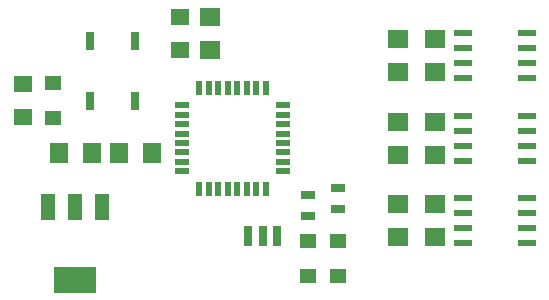
<source format=gtp>
G75*
%MOIN*%
%OFA0B0*%
%FSLAX24Y24*%
%IPPOS*%
%LPD*%
%AMOC8*
5,1,8,0,0,1.08239X$1,22.5*
%
%ADD10R,0.0600X0.0240*%
%ADD11R,0.0220X0.0500*%
%ADD12R,0.0500X0.0220*%
%ADD13R,0.0630X0.0709*%
%ADD14R,0.0300X0.0600*%
%ADD15R,0.0709X0.0630*%
%ADD16R,0.0551X0.0472*%
%ADD17R,0.0472X0.0315*%
%ADD18R,0.0480X0.0880*%
%ADD19R,0.1417X0.0866*%
%ADD20R,0.0630X0.0551*%
%ADD21R,0.0276X0.0669*%
D10*
X017173Y003350D03*
X017173Y003850D03*
X017173Y004350D03*
X017173Y004850D03*
X017173Y006100D03*
X017173Y006600D03*
X017173Y007100D03*
X017173Y007600D03*
X017173Y008850D03*
X017173Y009350D03*
X017173Y009850D03*
X017173Y010350D03*
X019333Y010350D03*
X019333Y009850D03*
X019333Y009350D03*
X019333Y008850D03*
X019333Y007600D03*
X019333Y007100D03*
X019333Y006600D03*
X019333Y006100D03*
X019333Y004850D03*
X019333Y004350D03*
X019333Y003850D03*
X019333Y003350D03*
D11*
X010606Y005160D03*
X010291Y005160D03*
X009976Y005160D03*
X009661Y005160D03*
X009346Y005160D03*
X009031Y005160D03*
X008716Y005160D03*
X008401Y005160D03*
X008401Y008540D03*
X008716Y008540D03*
X009031Y008540D03*
X009346Y008540D03*
X009661Y008540D03*
X009976Y008540D03*
X010291Y008540D03*
X010606Y008540D03*
D12*
X011193Y007952D03*
X011193Y007637D03*
X011193Y007322D03*
X011193Y007007D03*
X011193Y006693D03*
X011193Y006378D03*
X011193Y006063D03*
X011193Y005748D03*
X007813Y005748D03*
X007813Y006063D03*
X007813Y006378D03*
X007813Y006693D03*
X007813Y007007D03*
X007813Y007322D03*
X007813Y007637D03*
X007813Y007952D03*
D13*
X006804Y006350D03*
X005702Y006350D03*
X004804Y006350D03*
X003702Y006350D03*
D14*
X004753Y008100D03*
X006253Y008100D03*
X006253Y010100D03*
X004753Y010100D03*
D15*
X008753Y009799D03*
X008753Y010901D03*
X015003Y010151D03*
X016253Y010151D03*
X016253Y009049D03*
X015003Y009049D03*
X015003Y007401D03*
X016253Y007401D03*
X016253Y006299D03*
X015003Y006299D03*
X015003Y004651D03*
X016253Y004651D03*
X016253Y003549D03*
X015003Y003549D03*
D16*
X013003Y003441D03*
X012003Y003441D03*
X012003Y002259D03*
X013003Y002259D03*
X003503Y007509D03*
X003503Y008691D03*
D17*
X012003Y004954D03*
X012003Y004246D03*
X013003Y004496D03*
X013003Y005204D03*
D18*
X005163Y004570D03*
X004253Y004570D03*
X003343Y004570D03*
D19*
X004253Y002130D03*
D20*
X002503Y007549D03*
X002503Y008651D03*
X007753Y009799D03*
X007753Y010901D03*
D21*
X010031Y003600D03*
X010503Y003600D03*
X010976Y003600D03*
M02*

</source>
